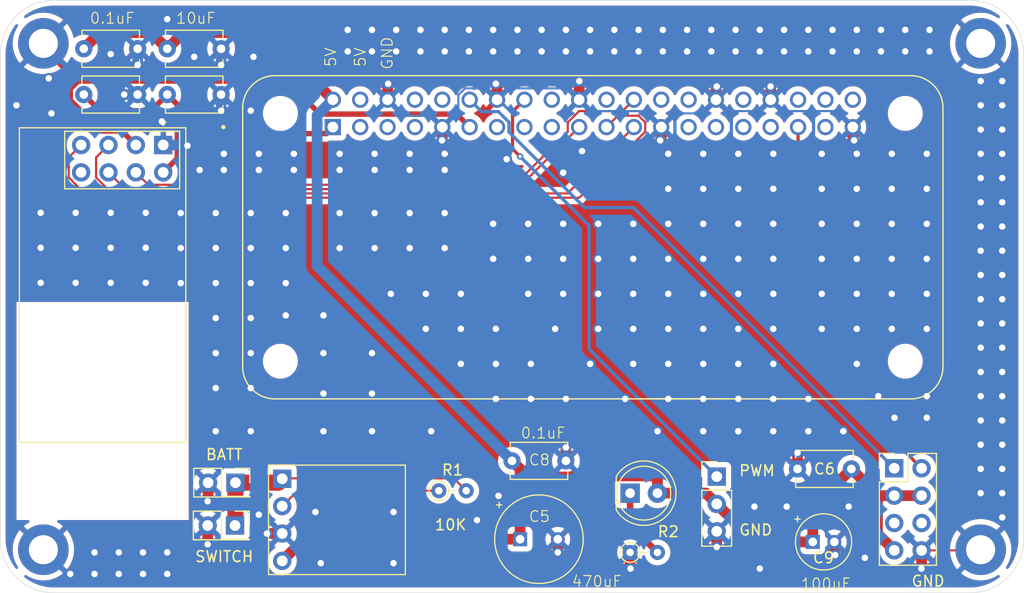
<source format=kicad_pcb>
(kicad_pcb (version 20241229) (generator "pcbnew") (generator_version "9.0")
  (layers (0 "F.Cu" signal) (2 "B.Cu" signal) (13 "F.Paste" user) (15 "B.Paste" user) (5 "F.SilkS" user "F.Silkscreen") (7 "B.SilkS" user "B.Silkscreen") (1 "F.Mask" user) (3 "B.Mask" user) (25 "Edge.Cuts" user))
  (net 0 "")
  (net 1 "GND")
  (net 2 "Net-(J1-Pin_1)")
  (net 3 "5V")
  (net 4 "GPIO23{slash}PWM1")
  (net 12 "GPIO17{slash}CE")
  (net 18 "nRF 3v3_1")
  (net 19 "SPI_CLK{slash}GPIO11")
  (net 20 "GPIO8{slash}CSN")
  (net 27 "SPI_MISO{slash}GPIO9")
  (net 29 "GPIO18{slash}PWM2")
  (net 33 "SPI_MOSI{slash}GPIO10")
  (net 34 "GPIO19{slash}PWM3")
  (net 38 "Net-(J3-SHDN)")
  (net 39 "Net-(D1-K)")
  (footprint "Connector_PinHeader_2.54mm:PinHeader_2x04_P2.54mm_Vertical" (layer "F.Cu") (at 182.975 113.44)
    (property "Reference" "U2" (hide yes))
    (property "Value" "~" (hide yes))
  )
  (footprint "MountingHole:MountingHole_2.7mm_M2.5_DIN965_Pad" (layer "F.Cu") (at 104 121)
    (property "Reference" "REF**" (hide yes))
    (property "Value" "MountingHole_2.7mm_M2.5_DIN965_Pad" (hide yes))
  )
  (footprint "Capacitor_THT_Wurth:CP_Wurth_WCAP-ATG8-P2D5L11" (layer "F.Cu") (at 175.41675 120.27425)
    (property "Reference" "C9")
    (property "Value" "P2D5L11_860010372006" (hide yes))
  )
  (footprint "Capacitor_THT:C_Disc_D5.1mm_W3.2mm_P5.00mm" (layer "F.Cu") (at 107.75 74.5)
    (property "Reference" "C1" (hide yes))
    (property "Value" "0.1uF" (hide yes))
  )
  (footprint "Capacitor_THT:C_Disc_D5.1mm_W3.2mm_P5.00mm" (layer "F.Cu") (at 115.5 78.75)
    (property "Reference" "C3" (hide yes))
    (property "Value" "10uF" (hide yes))
  )
  (footprint "Connector_PinSocket_2.54mm:PinSocket_2x01_P2.54mm_Vertical" (layer "F.Cu") (at 121.83 114.77575)
    (property "Reference" "J1" (hide yes))
    (property "Value" "batt input" (hide yes))
  )
  (footprint "RASPBERRY_PI_ZERO_2_W:MODULE_RASPBERRY_PI_ZERO_2_W" (layer "F.Cu") (at 155 92)
    (property "Reference" "U1" (hide yes))
    (property "Value" "RASPBERRY_PI_ZERO_2_W")
  )
  (footprint "Capacitor_THT:C_Disc_D5.1mm_W3.2mm_P5.00mm" (layer "F.Cu") (at 107.75 78.75)
    (property "Reference" "C4" (hide yes))
    (property "Value" "0.1uF" (hide yes))
  )
  (footprint "Capacitor_THT:C_Disc_D5.1mm_W3.2mm_P5.00mm" (layer "F.Cu") (at 147.5 112.75)
    (property "Reference" "C8" (hide yes))
    (property "Value" "0.1uF" (hide yes))
  )
  (footprint "LED_THT:LED_D5.0mm" (layer "F.Cu") (at 158.46 115.75)
    (property "Reference" "D1" (hide yes))
    (property "Value" "LED" (hide yes))
  )
  (footprint "Capacitor_THT:C_Disc_D5.1mm_W3.2mm_P5.00mm" (layer "F.Cu") (at 115.5 74.5)
    (property "Reference" "C2" (hide yes))
    (property "Value" "10uF" (hide yes))
  )
  (footprint "Capacitor_THT:C_Disc_D5.1mm_W3.2mm_P5.00mm" (layer "F.Cu") (at 174 113.5)
    (property "Reference" "C6" (hide yes))
    (property "Value" "0.1uF" (hide yes))
  )
  (footprint "MountingHole:MountingHole_2.7mm_M2.5_DIN965_Pad" (layer "F.Cu") (at 104 74)
    (property "Reference" "REF**" (hide yes))
    (property "Value" "MountingHole_2.7mm_M2.5_DIN965_Pad" (hide yes))
  )
  (footprint "MountingHole:MountingHole_2.7mm_M2.5_DIN965_Pad" (layer "F.Cu") (at 191 121)
    (property "Reference" "REF**" (hide yes))
    (property "Value" "MountingHole_2.7mm_M2.5_DIN965_Pad" (hide yes))
  )
  (footprint "Capacitor_THT_Wurth:CP_Wurth_WCAP-ATG8-P3.5D8L11.5" (layer "F.Cu") (at 148.25 120.02425)
    (property "Reference" "C5" (hide yes))
    (property "Value" "470uF" (hide yes))
  )
  (footprint "Resistor_THT:R_Axial_DIN0204_L3.6mm_D1.6mm_P2.54mm_Vertical" (layer "F.Cu") (at 140.71 115.52425)
    (property "Reference" "R1")
    (property "Value" "10k")
  )
  (footprint "Connector_PinHeader_2.54mm:PinHeader_1x03_P2.54mm_Vertical" (layer "F.Cu") (at 166.5 114.21)
    (property "Reference" "M1" (hide yes))
    (property "Value" "Motor_Servo" (hide yes))
  )
  (footprint "MountingHole:MountingHole_2.7mm_M2.5_DIN965_Pad" (layer "F.Cu") (at 191 74)
    (property "Reference" "REF**" (hide yes))
    (property "Value" "MountingHole_2.7mm_M2.5_DIN965_Pad" (hide yes))
  )
  (footprint "Connector_PinSocket_2.54mm:PinSocket_2x01_P2.54mm_Vertical" (layer "F.Cu") (at 121.79 118.75075)
    (property "Reference" "J2" (hide yes))
    (property "Value" "rockerswitch" (hide yes))
  )
  (footprint "Resistor_THT:R_Axial_DIN0204_L3.6mm_D1.6mm_P2.54mm_Vertical" (layer "F.Cu") (at 158.46 121.25)
    (property "Reference" "R2")
    (property "Value" "47")
  )
  (footprint "RF_Module:nRF24L01_Breakout" (layer "F.Cu") (at 115.125 83.43625 -90)
    (property "Reference" "U4" (hide yes))
    (property "Value" "NRF24L01_Breakout")
  )
  (footprint "Converter_DCDC:Converter_DCDC_Pololu_D24V5Fx_Horizontal (1)" (layer "F.Cu") (at 126.17 114.41575)
    (property "Reference" "J3" (hide yes))
    (property "Value" "Pololu_D24V5F5" (hide yes))
  )
  (gr_line (start 100 75) (end 100.000501 120) (stroke (width 0.05)) (layer "Edge.Cuts"))
  (gr_line (start 105 125) (end 190 125) (stroke (width 0.05)) (layer "Edge.Cuts"))
  (gr_arc (start 190 70) (mid 193.535534 71.464466) (end 195 75) (stroke (width 0.05)) (layer "Edge.Cuts"))
  (gr_arc (start 105 124.999499) (mid 101.46482 123.53518) (end 100.000501 120) (stroke (width 0.05)) (layer "Edge.Cuts"))
  (gr_arc (start 100 75) (mid 101.464466 71.464466) (end 105 70) (stroke (width 0.05)) (layer "Edge.Cuts"))
  (gr_arc (start 195 120) (mid 193.535534 123.535534) (end 190 125) (stroke (width 0.05)) (layer "Edge.Cuts"))
  (gr_line (start 195 120) (end 195 75) (stroke (width 0.05)) (layer "Edge.Cuts"))
  (gr_line (start 105 70) (end 190 70) (stroke (width 0.05)) (layer "Edge.Cuts"))
  (gr_text "GND" (at 184.5 124.5 0) (layer "F.SilkS") (effects (font (size 1 1)) (justify left bottom)))
  (gr_text "PWM" (at 168.5 114.25 0) (layer "F.SilkS") (effects (font (size 1 1)) (justify left bottom)))
  (gr_text "C5\n" (at 149 118.5 0) (layer "F.SilkS") (effects (font (size 1 1) (thickness 0.1)) (justify left bottom)))
  (gr_text "C6\n" (at 176.5 113.5 0) (layer "F.SilkS") (effects (font (size 1 1))))
  (gr_text "BATT" (at 119 112.75 0) (layer "F.SilkS") (effects (font (size 1 1)) (justify left bottom)))
  (gr_text "0.1uF" (at 108.25 72.25 0) (layer "F.SilkS") (effects (font (size 1 1) (thickness 0.1)) (justify left bottom)))
  (gr_text "0.1uF" (at 148.25 110.75 0) (layer "F.SilkS") (effects (font (size 1 1) (thickness 0.1)) (justify left bottom)))
  (gr_text "SWITCH\n" (at 118 122.22575 0) (layer "F.SilkS") (effects (font (size 1 1)) (justify left bottom)))
  (gr_text "GND" (at 136.5 76.5 90) (layer "F.SilkS") (effects (font (size 1 1) (thickness 0.1)) (justify left bottom)))
  (gr_text "5V\n" (at 134 76.25 90) (layer "F.SilkS") (effects (font (size 1 1) (thickness 0.1)) (justify left bottom)))
  (gr_text "C8\n" (at 149 113.25 0) (layer "F.SilkS") (effects (font (size 1 1) (thickness 0.1)) (justify left bottom)))
  (gr_text "10uF" (at 116.25 72.25 0) (layer "F.SilkS") (effects (font (size 1 1) (thickness 0.1)) (justify left bottom)))
  (gr_text "100uF" (at 174.25 124.75 0) (layer "F.SilkS") (effects (font (size 1 1) (thickness 0.1)) (justify left bottom)))
  (gr_text "5V\n" (at 131.25 76.25 90) (layer "F.SilkS") (effects (font (size 1 1) (thickness 0.1)) (justify left bottom)))
  (gr_text "470uF\n" (at 153 124.52425 0) (layer "F.SilkS") (effects (font (size 1 1) (thickness 0.1)) (justify left bottom)))
  (gr_text "10K" (at 140.25 119.27425 0) (layer "F.SilkS") (effects (font (size 1 1)) (justify left bottom)))
  (gr_text "GND" (at 168.5 119.75 0) (layer "F.SilkS") (effects (font (size 1 1)) (justify left bottom)))
  (segment (start 171.51 79.23) (end 171.51 78.01) (width 1) (layer "F.Cu") (net 1))
  (segment (start 105.75 76.25) (end 103 73.5) (width 0.3) (layer "F.Cu") (net 1))
  (segment (start 153.73 79.23) (end 153.73 77.52) (width 1) (layer "F.Cu") (net 1))
  (segment (start 135.95 79.23) (end 135.95 77.8) (width 1) (layer "F.Cu") (net 1))
  (segment (start 177.41675 120.27425) (end 177.41675 121.41675) (width 1) (layer "F.Cu") (net 1))
  (segment (start 179.13 81.77) (end 179.13 82.88) (width 1) (layer "F.Cu") (net 1))
  (segment (start 177.41675 121.41675) (end 177.5 121.5) (width 1) (layer "F.Cu") (net 1))
  (segment (start 158.46 122.71) (end 158.5 122.75) (width 1) (layer "F.Cu") (net 1))
  (segment (start 112.75 74.5) (end 111 76.25) (width 0.3) (layer "F.Cu") (net 1))
  (segment (start 141.03 82.97) (end 141 83) (width 1) (layer "F.Cu") (net 1))
  (segment (start 119.29 114.77575) (end 119.29 116.46) (width 1) (layer "F.Cu") (net 1))
  (segment (start 124.75425 119.49575) (end 124.75 119.5) (width 1) (layer "F.Cu") (net 1))
  (segment (start 153.73 77.52) (end 153.75 77.5) (width 1) (layer "F.Cu") (net 1))
  (segment (start 161.35 82.9) (end 161.25 83) (width 1) (layer "F.Cu") (net 1))
  (segment (start 185.515 122.735) (end 185.5 122.75) (width 1) (layer "F.Cu") (net 1))
  (segment (start 146.11 77.86) (end 146 77.75) (width 1) (layer "F.Cu") (net 1))
  (segment (start 161.35 81.77) (end 161.35 82.9) (width 1) (layer "F.Cu") (net 1))
  (segment (start 174 113.5) (end 174 112) (width 1) (layer "F.Cu") (net 1))
  (segment (start 166.5 119.29) (end 166.5 120.75) (width 1) (layer "F.Cu") (net 1))
  (segment (start 135.95 77.8) (end 136 77.75) (width 1) (layer "F.Cu") (net 1))
  (segment (start 185.515 121.06) (end 190.94 121.06) (width 0.2) (layer "F.Cu") (net 1))
  (segment (start 146.11 79.23) (end 146.11 77.86) (width 1) (layer "F.Cu") (net 1))
  (segment (start 185.515 121.06) (end 185.515 122.735) (width 1) (layer "F.Cu") (net 1))
  (segment (start 119.29 116.46) (end 119.25 116.5) (width 1) (layer "F.Cu") (net 1))
  (segment (start 166.43 78.07) (end 166.5 78) (width 1) (layer "F.Cu") (net 1))
  (segment (start 119.25 118.75075) (end 119.25 120.5) (width 1) (layer "F.Cu") (net 1))
  (segment (start 151.75 120.02425) (end 151.75 121.25) (width 1) (layer "F.Cu") (net 1))
  (segment (start 171.51 78.01) (end 171.5 78) (width 1) (layer "F.Cu") (net 1))
  (segment (start 126.17 119.49575) (end 124.75425 119.49575) (width 1) (layer "F.Cu") (net 1))
  (segment (start 111 76.25) (end 105.75 76.25) (width 0.3) (layer "F.Cu") (net 1))
  (segment (start 190.94 121.06) (end 191 121) (width 0.2) (layer "F.Cu") (net 1))
  (segment (start 152.5 112.75) (end 152.5 111.5) (width 1) (layer "F.Cu") (net 1))
  (segment (start 158.46 121.25) (end 158.46 122.71) (width 1) (layer "F.Cu") (net 1))
  (segment (start 141.03 81.77) (end 141.03 82.97) (width 1) (layer "F.Cu") (net 1))
  (segment (start 166.43 79.23) (end 166.43 78.07) (width 1) (layer "F.Cu") (net 1))
  (segment (start 179.13 82.88) (end 179.25 83) (width 1) (layer "F.Cu") (net 1))
  (via (at 165.25 100.5) (size 1) (drill 0.6) (layers "F.Cu" "B.Cu") (net 1))
  (via (at 138 84.25) (size 1) (drill 0.6) (layers "F.Cu" "B.Cu") (net 1))
  (via (at 186 100.5) (size 1) (drill 0.6) (layers "F.Cu" "B.Cu") (net 1))
  (via (at 103.75 89.72575) (size 1) (drill 0.6) (layers "F.Cu" "B.Cu") (net 1))
  (via (at 141.25 93) (size 1) (drill 0.6) (layers "F.Cu" "B.Cu") (net 1))
  (via (at 186 94) (size 1) (drill 0.6) (layers "F.Cu" "B.Cu") (net 1))
  (via (at 193 84.25) (size 1) (drill 0.6) (layers "F.Cu" "B.Cu") (net 1))
  (via (at 162 100.5) (size 1) (drill 0.6) (layers "F.Cu" "B.Cu") (net 1))
  (via (at 120.5 80.25) (size 1) (drill 0.6) (layers "F.Cu" "B.Cu") (net 1))
  (via (at 171.75 94) (size 1) (drill 0.6) (layers "F.Cu" "B.Cu") (net 1))
  (via (at 180.25 121.75) (size 1) (drill 0.6) (layers "F.Cu" "B.Cu") (net 1))
  (via (at 193 104.5) (size 1) (drill 0.6) (layers "F.Cu" "B.Cu") (net 1))
  (via (at 181.75 72.75) (size 1) (drill 0.6) (layers "F.Cu" "B.Cu") (net 1))
  (via (at 179.5 84.25) (size 1) (drill 0.6) (layers "F.Cu" "B.Cu") (net 1))
  (via (at 186 90.75) (size 1) (drill 0.6) (layers "F.Cu" "B.Cu") (net 1))
  (via (at 157 72.75) (size 1) (drill 0.6) (layers "F.Cu" "B.Cu") (net 1))
  (via (at 193 93.25) (size 1) (drill 0.6) (layers "F.Cu" "B.Cu") (net 1))
  (via (at 136.25 97.25) (size 1) (drill 0.6) (layers "F.Cu" "B.Cu") (net 1))
  (via (at 191 104.5) (size 1) (drill 0.6) (layers "F.Cu" "B.Cu") (net 1))
  (via (at 136 77.75) (size 1) (drill 0.6) (layers "F.Cu" "B.Cu") (net 1))
  (via (at 170.5 122.75) (size 1) (drill 0.6) (layers "F.Cu" "B.Cu") (net 1))
  (via (at 134.5 102.75) (size 1) (drill 0.6) (layers "F.Cu" "B.Cu") (net 1))
  (via (at 165.25 103.75) (size 1) (drill 0.6) (layers "F.Cu" "B.Cu") (net 1))
  (via (at 101.5 79.75) (size 1) (drill 0.6) (layers "F.Cu" "B.Cu") (net 1))
  (via (at 162 103.75) (size 1) (drill 0.6) (layers "F.Cu" "B.Cu") (net 1))
  (via (at 146 100.5) (size 1) (drill 0.6) (layers "F.Cu" "B.Cu") (net 1))
  (via (at 165.25 87.5) (size 1) (drill 0.6) (layers "F.Cu" "B.Cu") (net 1))
  (via (at 107 96.22575) (size 1) (drill 0.6) (layers "F.Cu" "B.Cu") (net 1))
  (via (at 168.5 110) (size 1) (drill 0.6) (layers "F.Cu" "B.Cu") (net 1))
  (via (at 123.25 110) (size 1) (drill 0.6) (layers "F.Cu" "B.Cu") (net 1))
  (via (at 163.75 74.75) (size 1) (drill 0.6) (layers "F.Cu" "B.Cu") (net 1))
  (via (at 124 85.75) (size 1) (drill 0.6) (layers "F.Cu" "B.Cu") (net 1))
  (via (at 142.75 103.75) (size 1) (drill 0.6) (layers "F.Cu" "B.Cu") (net 1))
  (via (at 165.25 97.25) (size 1) (drill 0.6) (layers "F.Cu" "B.Cu") (net 1))
  (via (at 193 100) (size 1) (drill 0.6) (layers "F.Cu" "B.Cu") (net 1))
  (via (at 166 74.75) (size 1) (drill 0.6) (layers "F.Cu" "B.Cu") (net 1))
  (via (at 186 97.25) (size 1) (drill 0.6) (layers "F.Cu" "B.Cu") (net 1))
  (via (at 139 74.75) (size 1) (drill 0.6) (layers "F.Cu" "B.Cu") (net 1))
  (via (at 193 115.75) (size 1) (drill 0.6) (layers "F.Cu" "B.Cu") (net 1))
  (via (at 120 110) (size 1) (drill 0.6) (layers "F.Cu" "B.Cu") (net 1))
  (via (at 191 82) (size 1) (drill 0.6) (layers "F.Cu" "B.Cu") (net 1))
  (via (at 178.75 117) (size 1) (drill 0.6) (layers "F.Cu" "B.Cu") (net 1))
  (via (at 126.5 93) (size 1) (drill 0.6) (layers "F.Cu" "B.Cu") (net 1))
  (via (at 179.5 97.25) (size 1) (drill 0.6) (layers "F.Cu" "B.Cu") (net 1))
  (via (at 174 112) (size 1) (drill 0.6) (layers "F.Cu" "B.Cu") (net 1))
  (via (at 170.5 72.75) (size 1) (drill 0.6) (layers "F.Cu" "B.Cu") (net 1))
  (via (at 116.75 93) (size 1) (drill 0.6) (layers "F.Cu" "B.Cu") (net 1))
  (via (at 144.25 118.25) (size 1) (drill 0.6) (layers "F.Cu" "B.Cu") (net 1))
  (via (at 176.25 97.25) (size 1) (drill 0.6) (layers "F.Cu" "B.Cu") (net 1))
  (via (at 142.75 97.25) (size 1) (drill 0.6) (layers "F.Cu" "B.Cu") (net 1))
  (via (at 182.75 94) (size 1) (drill 0.6) (layers "F.Cu" "B.Cu") (net 1))
  (via (at 176.25 90.75) (size 1) (drill 0.6) (layers "F.Cu" "B.Cu") (net 1))
  (via (at 166 72.75) (size 1) (drill 0.6) (layers "F.Cu" "B.Cu") (net 1))
  (via (at 120.75 84.25) (size 1) (drill 0.6) (layers "F.Cu" "B.Cu") (net 1))
  (via (at 162 84.25) (size 1) (drill 0.6) (layers "F.Cu" "B.Cu") (net 1))
  (via (at 151.5 100.5) (size 1) (drill 0.6) (layers "F.Cu" "B.Cu") (net 1))
  (via (at 129.25 117.5) (size 1) (drill 0.6) (layers "F.Cu" "B.Cu") (net 1))
  (via (at 171.75 103.75) (size 1) (drill 0.6) (layers "F.Cu" "B.Cu") (net 1))
  (via (at 172.75 74.75) (size 1) (drill 0.6) (layers "F.Cu" "B.Cu") (net 1))
  (via (at 149.25 103.75) (size 1) (drill 0.6) (layers "F.Cu" "B.Cu") (net 1))
  (via (at 120 99.5) (size 1) (drill 0.6) (layers "F.Cu" "B.Cu") (net 1))
  (via (at 131.5 89.75) (size 1) (drill 0.6) (layers "F.Cu" "B.Cu") (net 1))
  (via (at 176.25 84.25) (size 1) (drill 0.6) (layers "F.Cu" "B.Cu") (net 1))
  (via (at 165.25 110) (size 1) (drill 0.6) (layers "F.Cu" "B.Cu") (net 1))
  (via (at 120.5 76) (size 1) (drill 0.6) (layers "F.Cu" "B.Cu") (net 1))
  (via (at 123.25 89.75) (size 1) (drill 0.6) (layers "F.Cu" "B.Cu") (net 1))
  (via (at 172.75 72.75) (size 1) (drill 0.6) (layers "F.Cu" "B.Cu") (net 1))
  (via (at 179.5 90.75) (size 1) (drill 0.6) (layers "F.Cu" "B.Cu") (net 1))
  (via (at 152.5 74.75) (size 1) (drill 0.6) (layers "F.Cu" "B.Cu") (net 1))
  (via (at 104.75 80.5) (size 1) (drill 0.6) (layers "F.Cu" "B.Cu") (net 1))
  (via (at 171.75 84.25) (size 1) (drill 0.6) (layers "F.Cu" "B.Cu") (net 1))
  (via (at 175 72.75) (size 1) (drill 0.6) (layers "F.Cu" "B.Cu") (net 1))
  (via (at 115.5 123.25) (size 1) (drill 0.6) (layers "F.Cu" "B.Cu") (net 1))
  (via (at 154.75 72.75) (size 1) (drill 0.6) (layers "F.Cu" "B.Cu") (net 1))
  (via (at 131.5 84.25) (size 1) (drill 0.6) (layers "F.Cu" "B.Cu") (net 1))
  (via (at 130 102.75) (size 1) (drill 0.6) (layers "F.Cu" "B.Cu") (net 1))
  (via (at 165.25 84.25) (size 1) (drill 0.6) (layers "F.Cu" "B.Cu") (net 1))
  (via (at 119.25 116.5) (size 1) (drill 0.6) (layers "F.Cu" "B.Cu") (net 1))
  (via (at 193 97.75) (size 1) (drill 0.6) (layers "F.Cu" "B.Cu") (net 1))
  (via (at 166.5 120.75) (size 1) (drill 0.6) (layers "F.Cu" "B.Cu") (net 1))
  (via (at 168.25 74.75) (size 1) (drill 0.6) (layers "F.Cu" "B.Cu") (net 1))
  (via (at 193 79.75) (size 1) (drill 0.6) (layers "F.Cu" "B.Cu") (net 1))
  (via (at 124 117.75) (size 1) (drill 0.6) (layers "F.Cu" "B.Cu") (net 1))
  (via (at 191 91) (size 1) (drill 0.6) (layers "F.Cu" "B.Cu") (net 1))
  (via (at 159.25 72.75) (size 1) (drill 0.6) (layers "F.Cu" "B.Cu") (net 1))
  (via (at 191 84.25) (size 1) (drill 0.6) (layers "F.Cu" "B.Cu") (net 1))
  (via (at 186 84.25) (size 1) (drill 0.6) (layers "F.Cu" "B.Cu") (net 1))
  (via (at 116.75 89.75) (size 1) (drill 0.6) (layers "F.Cu" "B.Cu") (net 1))
  (via (at 141.25 89.75) (size 1) (drill 0.6) (layers "F.Cu" "B.Cu") (net 1))
  (via (at 143.5 72.75) (size 1) (drill 0.6) (layers "F.Cu" "B.Cu") (net 1))
  (via (at 119.25 120.5) (size 1) (drill 0.6) (layers "F.Cu" "B.Cu") (net 1))
  (via (at 131.5 85.75) (size 1) (drill 0.6) (layers "F.Cu" "B.Cu") (net 1))
  (via (at 168.5 103.75) (size 1) (drill 0.6) (layers "F.Cu" "B.Cu") (net 1))
  (via (at 158.75 100.5) (size 1) (drill 0.6) (layers "F.Cu" "B.Cu") (net 1))
  (via (at 171.75 90.75) (size 1) (drill 0.6) (layers "F.Cu" "B.Cu") (net 1))
  (via (at 171.75 100.5) (size 1) (drill 0.6) (layers "F.Cu" "B.Cu") (net 1))
  (via (at 138 85.75) (size 1) (drill 0.6) (layers "F.Cu" "B.Cu") (net 1))
  (via (at 193 109) (size 1) (drill 0.6) (layers "F.Cu" "B.Cu") (net 1))
  (via (at 168.5 97.25) (size 1) (drill 0.6) (layers "F.Cu" "B.Cu") (net 1))
  (via (at 136.5 117.5) (size 1) (drill 0.6) (layers "F.Cu" "B.Cu") (net 1))
  (via (at 103.75 96.22575) (size 1) (drill 0.6) (layers "F.Cu" "B.Cu") (net 1))
  (via (at 191 111.25) (size 1) (drill 0.6) (layers "F.Cu" "B.Cu") (net 1))
  (via (at 123.25 96.25) (size 1) (drill 0.6) (layers "F.Cu" "B.Cu") (net 1))
  (via (at 108.75 121.25) (size 1) (drill 0.6) (layers "F.Cu" "B.Cu") (net 1))
  (via (at 158.75 94) (size 1) (drill 0.6) (layers "F.Cu" "B.Cu") (net 1))
  (via (at 141 83) (size 1) (drill 0.6) (layers "F.Cu" "B.Cu") (net 1))
  (via (at 110.25 92.97575) (size 1) (drill 0.6) (layers "F.Cu" "B.Cu") (net 1))
  (via (at 179.5 74.75) (size 1) (drill 0.6) (layers "F.Cu" "B.Cu") (net 1))
  (via (at 191 109) (size 1) (drill 0.6) (layers "F.Cu" "B.Cu") (net 1))
  (via (at 123.25 102.75) (size 1) (drill 0.6) (layers "F.Cu" "B.Cu") (net 1))
  (via (at 155.5 90.75) (size 1) (drill 0.6) (layers "F.Cu" "B.Cu") (net 1))
  (via (at 158.75 90.75) (size 1) (drill 0.6) (layers "F.Cu" "B.Cu") (net 1))
  (via (at 154.75 74.75) (size 1) (drill 0.6) (layers "F.Cu" "B.Cu") (net 1))
  (via (at 168.5 84.25) (size 1) (drill 0.6) (layers "F.Cu" "B.Cu") (net 1))
  (via (at 152.5 107) (size 1) (drill 0.6) (layers "F.Cu" "B.Cu") (net 1))
  (via (at 110.25 89.72575) (size 1) (drill 0.6) (layers "F.Cu" "B.Cu") (net 1))
  (via (at 177.5 121.5) (size 1) (drill 0.6) (layers "F.Cu" "B.Cu") (net 1))
  (via (at 181.75 74.75) (size 1) (drill 0.6) (layers "F.Cu" "B.Cu") (net 1))
  (via (at 191 77.5) (size 1) (drill 0.6) (layers "F.Cu" "B.Cu") (net 1))
  (via (at 131.5 93) (size 1) (drill 0.6) (layers "F.Cu" "B.Cu") (net 1))
  (via (at 115 81.25) (size 1) (drill 0.6) (layers "F.Cu" "B.Cu") (net 1))
  (via (at 130 99.25) (size 1) (drill 0.6) (layers "F.Cu" "B.Cu") (net 1))
  (via (at 124 84.25) (size 1) (drill 0.6) (layers "F.Cu" "B.Cu") (net 1))
  (via (at 183 108.75) (size 1) (drill 0.6) (layers "F.Cu" "B.Cu") (net 1))
  (via (at 107 92.97575) (size 1) (drill 0.6) (layers "F.Cu" "B.Cu") (net 1))
  (via (at 134.5 106.5) (size 1) (drill 0.6) (layers "F.Cu" "B.Cu") (net 1))
  (via (at 158.5 122.75) (size 1) (drill 0.6) (layers "F.Cu" "B.Cu") (net 1))
  (via (at 106.5 123.25) (size 1) (drill 0.6) (layers "F.Cu" "B.Cu") (net 1))
  (via (at 191 102.25) (size 1) (drill 0.6) (layers "F.Cu" "B.Cu") (net 1))
  (via (at 162 90.75) (size 1) (drill 0.6) (layers "F.Cu" "B.Cu") (net 1))
  (via (at 184 74.75) (size 1) (drill 0.6) (layers "F.Cu" "B.Cu") (net 1))
  (via (at 152.25 86) (size 1) (drill 0.6) (layers "F.Cu" "B.Cu") (net 1))
  (via (at 159.25 74.75) (size 1) (drill 0.6) (layers "F.Cu" "B.Cu") (net 1))
  (via (at 145.75 74.75) (size 1) (drill 0.6) (layers "F.Cu" "B.Cu") (net 1))
  (via (at 171.75 87.5) (size 1) (drill 0.6) (layers "F.Cu" "B.Cu") (net 1))
  (via (at 120.75 85.75) (size 1) (drill 0.6) (layers "F.Cu" "B.Cu") (net 1))
  (via (at 186 108.75) (size 1) (drill 0.6) (layers "F.Cu" "B.Cu") (net 1))
  (via (at 134.75 89.75) (size 1) (drill 0.6) (layers "F.Cu" "B.Cu") (net 1))
  (via (at 120 102.75) (size 1) (drill 0.6) (layers "F.Cu" "B.Cu") (net 1))
  (via (at 132.25 72.75) (size 1) (drill 0.6) (layers "F.Cu" "B.Cu") (net 1))
  (via (at 152.5 72.75) (size 1) (drill 0.6) (layers "F.Cu" "B.Cu") (net 1))
  (via (at 103.75 92.97575) (size 1) (drill 0.6) (layers "F.Cu" "B.Cu") (net 1))
  (via (at 161 110) (size 1) (drill 0.6) (layers "F.Cu" "B.Cu") (net 1))
  (via (at 175 110) (size 1) (drill 0.6) (layers "F.Cu" "B.Cu") (net 1))
  (via (at 148 74.75) (size 1) (drill 0.6) (layers "F.Cu" "B.Cu") (net 1))
  (via (at 193 88.75) (size 1) (drill 0.6) (layers "F.Cu" "B.Cu") (net 1))
  (via (at 151.75 121.25) (size 1) (drill 0.6) (layers "F.Cu" "B.Cu") (net 1))
  (via (at 193 91) (size 1) (drill 0.6) (layers "F.Cu" "B.Cu") (net 1))
  (via (at 141.25 72.75) (size 1) (drill 0.6) (layers "F.Cu" "B.Cu") (net 1))
  (via (at 193 111.25) (size 1) (drill 0.6) (layers "F.Cu" "B.Cu") (net 1))
  (via (at 165.25 90.75) (size 1) (drill 0.6) (layers "F.Cu" "B.Cu") (net 1))
  (via (at 120 93) (size 1) (drill 0.6) (layers "F.Cu" "B.Cu") (net 1))
  (via (at 152.25 90.75) (size 1) (drill 0.6) (layers "F.Cu" "B.Cu") (net 1))
  (via (at 115.5 121.25) (size 1) (drill 0.6) (layers "F.Cu" "B.Cu") (net 1))
  (via (at 141.25 74.75) (size 1) (drill 0.6) (layers "F.Cu" "B.Cu") (net 1))
  (via (at 146 77.75) (size 1) (drill 0.6) (layers "F.Cu" "B.Cu") (net 1))
  (via (at 141.25 84.25) (size 1) (drill 0.6) (layers "F.Cu" "B.Cu") (net 1))
  (via (at 110.25 96.22575) (size 1) (drill 0.6) (layers "F.Cu" "B.Cu") (net 1))
  (via (at 176.25 87.5) (size 1) (drill 0.6) (layers "F.Cu" "B.Cu") (net 1))
  (via (at 178.25 110) (size 1) (drill 0.6) (layers "F.Cu" "B.Cu") (net 1))
  (via (at 126.5 99.25) (size 1) (drill 0.6) (layers "F.Cu" "B.Cu") (net 1))
  (via (at 149.25 107) (size 1) (drill 0.6) (layers "F.Cu" "B.Cu") (net 1))
  (via (at 185.5 122.75) (size 1) (drill 0.6) (layers "F.Cu" "B.Cu") (net 1))
  (via (at 118 75.25) (size 1) (drill 0.6) (layers "F.Cu" "B.Cu") (net 1))
  (via (at 117.376 83.5) (size 1) (drill 0.6) (layers "F.Cu" "B.Cu") (net 1))
  (via (at 168.5 94) (size 1) (drill 0.6) (layers "F.Cu" "B.Cu") (net 1))
  (via (at 139.5 100.5) (size 1) (drill 0.6) (layers "F.Cu" "B.Cu") (net 1))
  (via (at 193 118) (size 1) (drill 0.6) (layers "F.Cu" "B.Cu") (net 1))
  (via (at 143.5 74.75) (size 1) (drill 0.6) (layers "F.Cu" "B.Cu") (net 1))
  (via (at 152.25 97.25) (size 1) (drill 0.6) (layers "F.Cu" "B.Cu") (net 1))
  (via (at 107 89.72575) (size 1) (drill 0.6) (layers "F.Cu" "B.Cu") (net 1))
  (via (at 149 97.25) (size 1) (drill 0.6) (layers "F.Cu" "B.Cu") (net 1))
  (via (at 175 74.75) (size 1) (drill 0.6) (layers "F.Cu" "B.Cu") (net 1))
  (via (at 193 113.5) (size 1) (drill 0.6) (layers "F.Cu" "B.Cu") (net 1))
  (via (at 184 72.75) (size 1) (drill 0.6) (layers "F.Cu" "B.Cu") (net 1))
  (via (at 171.75 107) (size 1) (drill 0.6) (layers "F.Cu" "B.Cu") (net 1))
  (via (at 153.75 77.5) (size 1) (drill 0.6) (layers "F.Cu" "B.Cu") (net 1))
  (via (at 163.75 72.75) (size 1) (drill 0.6) (layers "F.Cu" "B.Cu") (net 1))
  (via (at 182.75 84.25) (size 1) (drill 0.6) (layers "F.Cu" "B.Cu") (net 1))
  (via (at 111 121.25) (size 1) (drill 0.6) (layers "F.Cu" "B.Cu") (net 1))
  (via (at 170 117) (size 1) (drill 0.6) (layers "F.Cu" "B.Cu") (net 1))
  (via (at 168.5 87.5) (size 1) (drill 0.6) (layers "F.Cu" "B.Cu") (net 1))
  (via (at 162 97.25) (size 1) (drill 0.6) (layers "F.Cu" "B.Cu") (net 1))
  (via (at 179.5 87.5) (size 1) (drill 0.6) (layers "F.Cu" "B.Cu") (net 1))
  (via (at 193 86.5) (size 1) (drill 0.6) (layers "F.Cu" "B.Cu") (net 1))
  (via (at 134.75 93) (size 1) (drill 0.6) (layers "F.Cu" "B.Cu") (net 1))
  (via (at 166.5 78) (size 1) (drill 0.6) (layers "F.Cu" "B.Cu") (net 1))
  (via (at 146 103.75) (size 1) (drill 0.6) (layers "F.Cu" "B.Cu") (net 1))
  (via (at 113.5 96.22575) (size 1) (drill 0.6) (layers "F.Cu" "B.Cu") (net 1))
  (via (at 171.75 110) (size 1) (drill 0.6) (layers "F.Cu" "B.Cu") (net 1))
  (via (at 116.75 96.25) (size 1) (drill 0.6) (layers "F.Cu" "B.Cu") (net 1))
  (via (at 111.5 78.75) (size 1) (drill 0.6) (layers "F.Cu" "B.Cu") (net 1))
  (via (at 139.5 97.25) (size 1) (drill 0.6) (layers "F.Cu" "B.Cu") (net 1))
  (via (at 110.25 75) (size 1) (drill 0.6) (layers "F.Cu" "B.Cu") (net 1))
  (via (at 177.25 72.75) (size 1) (drill 0.6) (layers "F.Cu" "B.Cu") (net 1))
  (via (at 182.75 100.5) (size 1) (drill 0.6) (layers "F.Cu" "B.Cu") (net 1))
  (via (at 168.25 72.75) (size 1) (drill 0.6) (layers "F.Cu" "B.Cu") (net 1))
  (via (at 171.75 97.25) (size 1) (drill 0.6) (layers "F.Cu" "B.Cu") (net 1))
  (via (at 186.25 72.75) (size 1) (drill 0.6) (layers "F.Cu" "B.Cu") (net 1))
  (via (at 123.25 80.25) (size 1) (drill 0.6) (layers "F.Cu" "B.Cu") (net 1))
  (via (at 111 123.25) (size 1) (drill 0.6) (layers "F.Cu" "B.Cu") (net 1))
  (via (at 157 74.75) (size 1) (drill 0.6) (layers "F.Cu" "B.Cu") (net 1))
  (via (at 136.5 122.25) (size 1) (drill 0.6) (layers "F.Cu" "B.Cu") (net 1))
  (via (at 142.75 100.5) (size 1) (drill 0.6) (layers "F.Cu" "B.Cu") (net 1))
  (via (at 104.5 77.25) (size 1) (drill 0.6) (layers "F.Cu" "B.Cu") (net 1))
  (via (at 179.5 72.75) (size 1) (drill 0.6) (layers "F.Cu" "B.Cu") (net 1))
  (via (at 176.25 100.5) (size 1) (drill 0.6) (layers "F.Cu" "B.Cu") (net 1))
  (via (at 145.75 94) (size 1) (drill 0.6) (layers "F.Cu" "B.Cu") (net 1))
  (via (at 152.5 111.5) (size 1) (drill 0.6) (layers "F.Cu" "B.Cu") (net 1))
  (via (at 154 84) (size 1) (drill 0.6) (layers "F.Cu" "B.Cu") (net 1))
  (via (at 191 79.75) (size 1) (drill 0.6) (layers "F.Cu" "B.Cu") (net 1))
  (via (at 123.25 93) (size 1) (drill 0.6) (layers "F.Cu" "B.Cu") (net 1))
  (via (at 113.25 123.25) (size 1) (drill 0.6) (layers "F.Cu" "B.Cu") (net 1))
  (via (at 193 82) (size 1) (drill 0.6) (layers "F.Cu" "B.Cu") (net 1))
  (via (at 120 96.25) (size 1) (drill 0.6) (layers "F.Cu" "B.Cu") (net 1))
  (via (at 191 97.75) (size 1) (drill 0.6) (layers "F.Cu" "B.Cu") (net 1))
  (via (at 120 106) (size 1) (drill 0.6) (layers "F.Cu" "B.Cu") (net 1))
  (via (at 155.5 100.5) (size 1) (drill 0.6) (layers "F.Cu" "B.Cu") (net 1))
  (via (at 134.75 85.75) (size 1) (drill 0.6) (layers "F.Cu" "B.Cu") (net 1))
  (via (at 165.25 94) (size 1) (drill 0.6) (layers "F.Cu" "B.Cu") (net 1))
  (via (at 191 100) (size 1) (drill 0.6) (layers "F.Cu" "B.Cu") (net 1))
  (via (at 134.5 74.75) (size 1) (drill 0.6) (layers "F.Cu" "B.Cu") (net 1))
  (via (at 127.25 84.25) (size 1) (drill 0.6) (layers "F.Cu" "B.Cu") (net 1))
  (via (at 168.5 100.5) (size 1) (drill 0.6) (layers "F.Cu" "B.Cu") (net 1))
  (via (at 147 84.75) (size 1) (drill 0.6) (layers "F.Cu" "B.Cu") (net 1))
  (via (at 162 107) (size 1) (drill 0.6) (layers "F.Cu" "B.Cu") (net 1))
  (via (at 161.5 74.75) (size 1) (drill 0.6) (layers "F.Cu" "B.Cu") (net 1))
  (via (at 150.25 72.75) (size 1) (drill 0.6) (layers "F.Cu" "B.Cu") (net 1))
  (via (at 161.5 72.75) (size 1) (drill 0.6) (layers "F.Cu" "B.Cu") (net 1))
  (via (at 108.75 123.25) (size 1) (drill 0.6) (layers "F.Cu" "B.Cu") (net 1))
  (via (at 158.75 103.75) (size 1) (drill 0.6) (layers "F.Cu" "B.Cu") (net 1))
  (via (at 113.25 121.25) (size 1) (drill 0.6) (layers "F.Cu" "B.Cu") (net 1))
  (via (at 162 87.5) (size 1) (drill 0.6) (layers "F.Cu" "B.Cu") (net 1))
  (via (at 123.25 99.5) (size 1) (drill 0.6) (layers "F.Cu" "B.Cu") (net 1))
  (via (at 179.25 83) (size 1) (drill 0.6) (layers "F.Cu" "B.Cu") (net 1))
  (via (at 175 107) (size 1) (drill 0.6) (layers "F.Cu" "B.Cu") (net 1))
  (via (at 155.5 97.25) (size 1) (drill 0.6) (layers "F.Cu" "B.Cu") (net 1))
  (via (at 161.25 83) (size 1) (drill 0.6) (layers "F.Cu" "B.Cu") (net 1))
  (via (at 162 94) (size 1) (drill 0.6) (layers "F.Cu" "B.Cu") (net 1))
  (via (at 134.75 84.25) (size 1) (drill 0.6) (layers "F.Cu" "B.Cu") (net 1))
  (via (at 158.75 97.25) (size 1) (drill 0.6) (layers "F.Cu" "B.Cu") (net 1))
  (via (at 139 72.75) (size 1) (drill 0.6) (layers "F.Cu" "B.Cu") (net 1))
  (via (at 170.5 74.75) (size 1) (drill 0.6) (layers "F.Cu" "B.Cu") (net 1))
  (via (at 155.5 94) (size 1) (drill 0.6) (layers "F.Cu" "B.Cu") (net 1))
  (via (at 130 106.5) (size 1) (drill 0.6) (layers "F.Cu" "B.Cu") (net 1))
  (via (at 176.25 94) (size 1) (drill 0.6) (layers "F.Cu" "B.Cu") (net 1))
  (via (at 113.5 89.72575) (size 1) (drill 0.6) (layers "F.Cu" "B.Cu") (net 1))
  (via (at 193 102.25) (size 1) (drill 0.6) (layers "F.Cu" "B.Cu") (net 1))
  (via (at 182.75 90.75) (size 1) (drill 0.6) (layers "F.Cu" "B.Cu") (net 1))
  (via (at 149 94) (size 1) (drill 0.6) (layers "F.Cu" "B.Cu") (net 1))
  (via (at 124.75 119.5) (size 1) (drill 0.6) (layers "F.Cu" "B.Cu") (net 1))
  (via (at 158 107) (size 1) (drill 0.6) (layers "F.Cu" "B.Cu") (net 1))
  (via (at 127.25 85.75) (size 1) (drill 0.6) (layers "F.Cu" "B.Cu") (net 1))
  (via (at 171.5 78) (size 1) (drill 0.6) (layers "F.Cu" "B.Cu") (net 1))
  (via (at 136.75 74.75) (size 1) (drill 0.6) (layers "F.Cu" "B.Cu") (net 1))
  (via (at 126.5 96.25) (size 1) (drill 0.6) (layers "F.Cu" "B.Cu") (net 1))
  (via (at 152.25 94) (size 1) (drill 0.6) (layers "F.Cu" "B.Cu") (net 1))
  (via (at 136.75 72.75) (size 1) (drill 0.6) (layers "F.Cu" "B.Cu") (net 1))
  (via (at 138 93) (size 1) (drill 0.6) (layers "F.Cu" "B.Cu") (net 1))
  (via (at 191 93.25) (size 1) (drill 0.6) (layers "F.Cu" "B.Cu") (net 1))
  (via (at 113.5 92.97575) (size 1) (drill 0.6) (layers "F.Cu" "B.Cu") (net 1))
  (via (at 186.25 74.75) (size 1) (drill 0.6) (layers "F.Cu" "B.Cu") (net 1))
  (via (at 191 86.5) (size 1) (drill 0.6) (layers "F.Cu" "B.Cu") (net 1))
  (via (at 132.25 74.75) (size 1) (drill 0.6) (layers "F.Cu" "B.Cu") (net 1))
  (via (at 168.5 90.75) (size 1) (drill 0.6) (layers "F.Cu" "B.Cu") (net 1))
  (via (at 134.5 72.75) (size 1) (drill 0.6) (layers "F.Cu" "B.Cu") (net 1))
  (via (at 148 72.75) (size 1) (drill 0.6) (layers "F.Cu" "B.Cu") (net 1))
  (via (at 141.25 85.75) (size 1) (drill 0.6) (layers "F.Cu" "B.Cu") (net 1))
  (via (at 130 110) (size 1) (drill 0.6) (layers "F.Cu" "B.Cu") (net 1))
  (via (at 146 107) (size 1) (drill 0.6) (layers "F.Cu" "B.Cu") (net 1))
  (via (at 126.5 89.75) (size 1) (drill 0.6) (layers "F.Cu" "B.Cu") (net 1))
  (via (at 149 90.75) (size 1) (drill 0.6) (layers "F.Cu" "B.Cu") (net 1))
  (via (at 168.5 107) (size 1) (drill 0.6) (layers "F.Cu" "B.Cu") (net 1))
  (via (at 191 115.75) (size 1) (drill 0.6) (layers "F.Cu" "B.Cu") (net 1))
  (via (at 173 117) (size 1) (drill 0.6) (layers "F.Cu" "B.Cu") (net 1))
  (via (at 193 77.5) (size 1) (drill 0.6) (layers "F.Cu" "B.Cu") (net 1))
  (via (at 140 110) (size 1) (drill 0.6) (layers "F.Cu" "B.Cu") (net 1))
  (via (at 154.75 103.75) (size 1) (drill 0.6) (layers "F.Cu" "B.Cu") (net 1))
  (via (at 146.25 116) (size 1) (drill 0.6) (layers "F.Cu" "B.Cu") (net 1))
  (via (at 134.5 110) (size 1) (drill 0.6) (layers "F.Cu" "B.Cu") (net 1))
  (via (at 112.75 76) (size 1) (drill 0.6) (layers "F.Cu" "B.Cu") (net 1))
  (via (at 165.25 107) (size 1) (drill 0.6) (layers "F.Cu" "B.Cu") (net 1))
  (via (at 182.75 87.5) (size 1) (drill 0.6) (layers "F.Cu" "B.Cu") (net 1))
  (via (at 181.5 106.75) (size 1) (drill 0.6) (layers "F.Cu" "B.Cu") (net 1))
  (via (at 191 106.75) (size 1) (drill 0.6) (layers "F.Cu" "B.Cu") (net 1))
  (via (at 179.5 103.75) (size 1) (drill 0.6) (layers "F.Cu" "B.Cu") (net 1))
  (via (at 191 88.75) (size 1) (drill 0.6) (layers "F.Cu" "B.Cu") (net 1))
  (via (at 138 89.75) (size 1) (drill 0.6) (layers "F.Cu" "B.Cu") (net 1))
  (via (at 177.25 74.75) (size 1) (drill 0.6) (layers "F.Cu" "B.Cu") (net 1))
  (via (at 123.5 75.25) (size 1) (drill 0.6) (layers "F.Cu" "B.Cu") (net 1))
  (via (at 129.75 122.25) (size 1) (drill 0.6) (layers "F.Cu" "B.Cu") (net 1))
  (via (at 145.75 72.75) (size 1) (drill 0.6) (layers "F.Cu" "B.Cu") (net 1))
  (via (at 186 87.5) (size 1) (drill 0.6) (layers "F.Cu" "B.Cu") (net 1))
  (via (at 191 113.5) (size 1) (drill 0.6) (layers "F.Cu" "B.Cu") (net 1))
  (via (at 179.5 94) (size 1) (drill 0.6) (layers "F.Cu" "B.Cu") (net 1))
  (via (at 193 95.5) (size 1) (drill 0.6) (layers "F.Cu" "B.Cu") (net 1))
  (via (at 123.25 106) (size 1) (drill 0.6) (layers "F.Cu" "B.Cu") (net 1))
  (via (at 186 106.75) (size 1) (drill 0.6) (layers "F.Cu" "B.Cu") (net 1))
  (via (at 179.5 100.5) (size 1) (drill 0.6) (layers "F.Cu" "B.Cu") (net 1))
  (via (at 182.75 97.25) (size 1) (drill 0.6) (layers "F.Cu" "B.Cu") (net 1))
  (via (at 150.25 74.75) (size 1) (drill 0.6) (layers "F.Cu" "B.Cu") (net 1))
  (via (at 193 106.75) (size 1) (drill 0.6) (layers "F.Cu" "B.Cu") (net 1))
  (via (at 145.75 90.75) (size 1) (drill 0.6) (layers "F.Cu" "B.Cu") (net 1))
  (via (at 191 95.5) (size 1) (drill 0.6) (layers "F.Cu" "B.Cu") (net 1))
  (via (at 120 89.75) (size 1) (drill 0.6) (layers "F.Cu" "B.Cu") (net 1))
  (via (at 118.5 85.75) (size 1) (drill 0.6) (layers "F.Cu" "B.Cu") (net 1))
  (via (at 115.5 71.75) (size 1) (drill 0.6) (layers "F.Cu" "B.Cu") (net 1))
  (segment (start 144 75.25) (end 143.5 74.75) (width 0.3) (layer "B.Cu") (net 1))
  (segment (start 139.975 80.715) (end 141.03 81.77) (width 0.2) (layer "B.Cu") (net 1))
  (segment (start 137.435 80.715) (end 139.975 80.715) (width 0.2) (layer "B.Cu") (net 1))
  (segment (start 149.75 75.25) (end 150.25 74.75) (width 0.3) (layer "B.Cu") (net 1))
  (segment (start 152.675 78.175) (end 153.73 79.23) (width 0.2) (layer "B.Cu") (net 1))
  (segment (start 167.485 80.285) (end 168 80.285) (width 0.2) (layer "B.Cu") (net 1))
  (segment (start 166.43 79.23) (end 167.485 80.285) (width 0.2) (layer "B.Cu") (net 1))
  (segment (start 142.515 78.793004) (end 143.133004 78.175) (width 0.2) (layer "B.Cu") (net 1))
  (segment (start 168 80.285) (end 167.865 80.42) (width 0.3) (layer "B.Cu") (net 1))
  (segment (start 167.865 83.615) (end 168.5 84.25) (width 0.3) (layer "B.Cu") (net 1))
  (segment (start 120.5 78.75) (end 120.5 80.25) (width 1) (layer "B.Cu") (net 1))
  (segment (start 167.865 80.42) (end 167.865 83.615) (width 0.3) (layer "B.Cu") (net 1))
  (segment (start 171.51 79.23) (end 172.565 80.285) (width 0.2) (layer "B.Cu") (net 1))
  (segment (start 162.62 80.5) (end 162.62 83.63) (width 0.3) (layer "B.Cu") (net 1))
  (segment (start 144 78.175) (end 144 75.25) (width 0.3) (layer "B.Cu") (net 1))
  (segment (start 170.455 80.285) (end 171.51 79.23) (width 0.2) (layer "B.Cu") (net 1))
  (segment (start 149.75 78.175) (end 149.75 75.25) (width 0.3) (layer "B.Cu") (net 1))
  (segment (start 175.5 80.285) (end 175.485 80.3) (width 0.3) (layer "B.Cu") (net 1))
  (segment (start 141.03 81.77) (end 142.515 80.285) (width 0.2) (layer "B.Cu") (net 1))
  (segment (start 120.5 74.5) (end 120.5 76) (width 1) (layer "B.Cu") (net 1))
  (segment (start 175.5 80.285) (end 177.645 80.285) (width 0.2) (layer "B.Cu") (net 1))
  (segment (start 149.75 78.175) (end 152.675 78.175) (width 0.2) (layer "B.Cu") (net 1))
  (segment (start 162.62 80.5) (end 165.16 80.5) (width 0.2) (layer "B.Cu") (net 1))
  (segment (start 117.31225 83.43625) (end 117.376 83.5) (width 1) (layer "B.Cu") (net 1))
  (segment (start 159.865 80.285) (end 161.35 81.77) (width 0.2) (layer "B.Cu") (net 1))
  (segment (start 115.125 83.43625) (end 117.31225 83.43625) (width 1) (layer "B.Cu") (net 1))
  (segment (start 143.133004 78.175) (end 144 78.175) (width 0.2) (layer "B.Cu") (net 1))
  (segment (start 142.515 80.285) (end 142.515 78.793004) (width 0.2) (layer "B.Cu") (net 1))
  (segment (start 175.485 80.3) (end 175.485 83.485) (width 0.3) (layer "B.Cu") (net 1))
  (segment (start 172.565 80.285) (end 175.5 80.285) (width 0.2) (layer "B.Cu") (net 1))
  (segment (start 168 80.285) (end 170.455 80.285) (width 0.2) (layer "B.Cu") (net 1))
  (segment (start 146.11 79.23) (end 147.165 78.175) (width 0.2) (layer "B.Cu") (net 1))
  (segment (start 153.73 79.23) (end 154.785 80.285) (width 0.2) (layer "B.Cu") (net 1))
  (segment (start 175.485 83.485) (end 176.25 84.25) (width 0.3) (layer "B.Cu") (net 1))
  (segment (start 165.16 80.5) (end 166.43 79.23) (width 0.2) (layer "B.Cu") (net 1))
  (segment (start 144 78.175) (end 145.055 78.175) (width 0.2) (layer "B.Cu") (net 1))
  (segment (start 162.62 83.63) (end 162 84.25) (width 0.3) (layer "B.Cu") (net 1))
  (segment (start 112.75 74.5) (end 112.75 76) (width 1) (layer "B.Cu") (net 1))
  (segment (start 145.055 78.175) (end 146.11 79.23) (width 0.2) (layer "B.Cu") (net 1))
  (segment (start 135.95 79.23) (end 137.435 80.715) (width 0.2) (layer "B.Cu") (net 1))
  (segment (start 154.785 80.285) (end 159.865 80.285) (width 0.2) (layer "B.Cu") (net 1))
  (segment (start 147.165 78.175) (end 149.75 78.175) (width 0.2) (layer "B.Cu") (net 1))
  (segment (start 112.75 78.75) (end 111.5 78.75) (width 1) (layer "B.Cu") (net 1))
  (segment (start 177.645 80.285) (end 179.13 81.77) (width 0.2) (layer "B.Cu") (net 1))
  (segment (start 161.35 81.77) (end 162.62 80.5) (width 0.2) (layer "B.Cu") (net 1))
  (segment (start 125.81 114.77575) (end 126.17 114.41575) (width 1.5) (layer "F.Cu") (net 2))
  (segment (start 121.83 114.77575) (end 125.81 114.77575) (width 1.5) (layer "F.Cu") (net 2))
  (segment (start 126.17 114.41575) (end 126.2125 114.37325) (width 0.2) (layer "F.Cu") (net 2))
  (segment (start 121.83 114.77575) (end 121.83 118.71075) (width 1.5) (layer "F.Cu") (net 2))
  (segment (start 142.099 114.37325) (end 143.25 115.52425) (width 0.2) (layer "F.Cu") (net 2))
  (segment (start 121.83 118.71075) (end 121.79 118.75075) (width 1.5) (layer "F.Cu") (net 2))
  (segment (start 126.2125 114.37325) (end 142.099 114.37325) (width 0.2) (layer "F.Cu") (net 2))
  (segment (start 109.251 72.999) (end 107.75 74.5) (width 1) (layer "F.Cu") (net 3))
  (segment (start 126.17 122.03575) (end 128.1815 120.02425) (width 1) (layer "F.Cu") (net 3))
  (segment (start 149.001 114.251) (end 147.5 112.75) (width 1) (layer "F.Cu") (net 3))
  (segment (start 161 115.75) (end 165.5 115.75) (width 1) (layer "F.Cu") (net 3))
  (segment (start 175.41675 120.27425) (end 175.41675 117.08325) (width 1) (layer "F.Cu") (net 3))
  (segment (start 117.001 72.999) (end 115.5 74.5) (width 1) (layer "F.Cu") (net 3))
  (segment (start 113.999 72.999) (end 109.251 72.999) (width 1) (layer "F.Cu") (net 3))
  (segment (start 181.48 115.98) (end 181.424 116.036) (width 1) (layer "F.Cu") (net 3))
  (segment (start 148.25 120.02425) (end 148.25 113.5) (width 1) (layer "F.Cu") (net 3))
  (segment (start 165.5 115.75) (end 166.5 116.75) (width 1) (layer "F.Cu") (net 3))
  (segment (start 160.671792 114.149) (end 153.223735 114.149) (width 1) (layer "F.Cu") (net 3))
  (segment (start 148.25 113.5) (end 147.5 112.75) (width 1) (layer "F.Cu") (net 3))
  (segment (start 128.1815 120.02425) (end 148.25 120.02425) (width 1) (layer "F.Cu") (net 3))
  (segment (start 175.41675 117.08325) (end 179 113.5) (width 1) (layer "F.Cu") (net 3))
  (segment (start 166.5 116.75) (end 170.02425 120.27425) (width 1) (layer "F.Cu") (net 3))
  (segment (start 161 114.477208) (end 160.671792 114.149) (width 1) (layer "F.Cu") (net 3))
  (segment (start 181.424 119.509) (end 182.975 121.06) (width 1) (layer "F.Cu") (net 3))
  (segment (start 130.87 79.23) (end 124.639 72.999) (width 1) (layer "F.Cu") (net 3))
  (segment (start 115.5 74.5) (end 113.999 72.999) (width 1) (layer "F.Cu") (net 3))
  (segment (start 153.223735 114.149) (end 153.121735 114.251) (width 1) (layer "F.Cu") (net 3))
  (segment (start 153.121735 114.251) (end 149.001 114.251) (width 1) (layer "F.Cu") (net 3))
  (segment (start 124.639 72.999) (end 117.001 72.999) (width 1) (layer "F.Cu") (net 3))
  (segment (start 181.424 116.036) (end 181.424 119.509) (width 1) (layer "F.Cu") (net 3))
  (segment (start 161 115.75) (end 161 114.477208) (width 1) (layer "F.Cu") (net 3))
  (segment (start 179 113.5) (end 181.48 115.98) (width 1) (layer "F.Cu") (net 3))
  (segment (start 181.48 115.98) (end 185.515 115.98) (width 1) (layer "F.Cu") (net 3))
  (segment (start 170.02425 120.27425) (end 175.41675 120.27425) (width 1) (layer "F.Cu") (net 3))
  (segment (start 147.5 112.75) (end 129.415 94.665) (width 1) (layer "B.Cu") (net 3))
  (segment (start 129.415 80.685) (end 130.87 79.23) (width 1) (layer "B.Cu") (net 3))
  (segment (start 129.415 94.665) (end 129.415 80.685) (width 1) (layer "B.Cu") (net 3))
  (segment (start 148.25 84.5) (end 147.545 83.795) (width 0.3) (layer "F.Cu") (net 4))
  (segment (start 147.545 83.795) (end 147.545 80.335) (width 0.3) (layer "F.Cu") (net 4))
  (segment (start 147.545 80.335) (end 148.65 79.23) (width 0.3) (layer "F.Cu") (net 4))
  (via (at 148.25 84.5) (size 0.6) (drill 0.3) (layers "F.Cu" "B.Cu") (net 4))
  (segment (start 154.649 90.899) (end 148.25 84.5) (width 0.3) (layer "B.Cu") (net 4))
  (segment (start 154.649 102.359) (end 154.649 90.899) (width 0.3) (layer "B.Cu") (net 4))
  (segment (start 166.5 114.21) (end 154.649 102.359) (width 0.3) (layer "B.Cu") (net 4))
  (segment (start 111.284 82.13525) (end 112.585 83.43625) (width 0.5) (layer "F.Cu") (net 12))
  (segment (start 106.499 78.231818) (end 106.499 79.268182) (width 0.5) (layer "F.Cu") (net 12))
  (segment (start 106.499 79.268182) (end 109.366068 82.13525) (width 0.5) (layer "F.Cu") (net 12))
  (segment (start 129.665 80.565) (end 126.599 77.499) (width 0.5) (layer "F.Cu") (net 12))
  (segment (start 126.599 77.499) (end 107.231818 77.499) (width 0.5) (layer "F.Cu") (net 12))
  (segment (start 143.57 81.77) (end 142.365 80.565) (width 0.5) (layer "F.Cu") (net 12))
  (segment (start 109.366068 82.13525) (end 111.284 82.13525) (width 0.5) (layer "F.Cu") (net 12))
  (segment (start 142.365 80.565) (end 129.665 80.565) (width 0.5) (layer "F.Cu") (net 12))
  (segment (start 107.231818 77.499) (end 106.499 78.231818) (width 0.5) (layer "F.Cu") (net 12))
  (segment (start 116.426 84.67525) (end 115.125 85.97625) (width 0.5) (layer "F.Cu") (net 18))
  (segment (start 130.264 82.376) (end 119.126 82.376) (width 0.5) (layer "F.Cu") (net 18))
  (segment (start 115.5 78.75) (end 114 80.25) (width 0.5) (layer "F.Cu") (net 18))
  (segment (start 116.426 79.676) (end 116.426 84.67525) (width 0.5) (layer "F.Cu") (net 18))
  (segment (start 119.126 82.376) (end 115.5 78.75) (width 0.5) (layer "F.Cu") (net 18))
  (segment (start 115.5 78.75) (end 116.426 79.676) (width 0.5) (layer "F.Cu") (net 18))
  (segment (start 109.25 80.25) (end 107.75 78.75) (width 0.5) (layer "F.Cu") (net 18))
  (segment (start 130.87 81.77) (end 130.264 82.376) (width 0.5) (layer "F.Cu") (net 18))
  (segment (start 114 80.25) (end 109.25 80.25) (width 0.5) (layer "F.Cu") (net 18))
  (segment (start 108.894 86.45301) (end 110.37024 87.92925) (width 0.2) (layer "F.Cu") (net 19))
  (segment (start 108.894 84.58725) (end 108.894 86.45301) (width 0.2) (layer "F.Cu") (net 19))
  (segment (start 110.37024 87.92925) (end 152.65075 87.92925) (width 0.2) (layer "F.Cu") (net 19))
  (segment (start 152.65075 87.92925) (end 158.81 81.77) (width 0.2) (layer "F.Cu") (net 19))
  (segment (start 110.045 83.43625) (end 108.894 84.58725) (width 0.2) (layer "F.Cu") (net 19))
  (segment (start 147.754746 87.12725) (end 152.675 82.206996) (width 0.2) (layer "F.Cu") (net 20))
  (segment (start 152.675 82.206996) (end 152.675 81.333004) (width 0.2) (layer "F.Cu") (net 20))
  (segment (start 157.755 80.285) (end 158.81 79.23) (width 0.2) (layer "F.Cu") (net 20))
  (segment (start 152.675 81.333004) (end 153.723004 80.285) (width 0.2) (layer "F.Cu") (net 20))
  (segment (start 112.585 85.97625) (end 113.736 87.12725) (width 0.2) (layer "F.Cu") (net 20))
  (segment (start 113.736 87.12725) (end 147.754746 87.12725) (width 0.2) (layer "F.Cu") (net 20))
  (segment (start 153.723004 80.285) (end 157.755 80.285) (width 0.2) (layer "F.Cu") (net 20))
  (segment (start 159.246996 80.715) (end 159.865 81.333004) (width 0.2) (layer "F.Cu") (net 27))
  (segment (start 159.865 81.333004) (end 159.865 82.206996) (width 0.2) (layer "F.Cu") (net 27))
  (segment (start 106.354 86.45301) (end 106.354 84.58725) (width 0.2) (layer "F.Cu") (net 27))
  (segment (start 108.23124 88.33025) (end 106.354 86.45301) (width 0.2) (layer "F.Cu") (net 27))
  (segment (start 153.741746 88.33025) (end 108.23124 88.33025) (width 0.2) (layer "F.Cu") (net 27))
  (segment (start 159.865 82.206996) (end 153.741746 88.33025) (width 0.2) (layer "F.Cu") (net 27))
  (segment (start 157.325 80.715) (end 159.246996 80.715) (width 0.2) (layer "F.Cu") (net 27))
  (segment (start 156.27 81.77) (end 157.325 80.715) (width 0.2) (layer "F.Cu") (net 27))
  (segment (start 106.354 84.58725) (end 107.505 83.43625) (width 0.2) (layer "F.Cu") (net 27))
  (segment (start 182.975 113.44) (end 158.785 89.25) (width 0.3) (layer "B.Cu") (net 29))
  (segment (start 147.215 82.227706) (end 147.215 81.312294) (width 0.3) (layer "B.Cu") (net 29))
  (segment (start 146.237706 80.335) (end 144.675 80.335) (width 0.3) (layer "B.Cu") (net 29))
  (segment (start 154.237294 89.25) (end 147.215 82.227706) (width 0.3) (layer "B.Cu") (net 29))
  (segment (start 158.785 89.25) (end 154.237294 89.25) (width 0.3) (layer "B.Cu") (net 29))
  (segment (start 147.215 81.312294) (end 146.237706 80.335) (width 0.3) (layer "B.Cu") (net 29))
  (segment (start 144.675 80.335) (end 143.57 79.23) (width 0.3) (layer "B.Cu") (net 29))
  (segment (start 110.045 85.97625) (end 111.597 87.52825) (width 0.2) (layer "F.Cu") (net 33))
  (segment (start 111.597 87.52825) (end 147.97175 87.52825) (width 0.2) (layer "F.Cu") (net 33))
  (segment (start 147.97175 87.52825) (end 153.73 81.77) (width 0.2) (layer "F.Cu") (net 33))
  (segment (start 174.05 101.975) (end 185.515 113.44) (width 0.3) (layer "F.Cu") (net 34))
  (segment (start 174.05 81.77) (end 174.05 101.975) (width 0.3) (layer "F.Cu") (net 34))
  (segment (start 140.71 115.52425) (end 127.6015 115.52425) (width 0.2) (layer "F.Cu") (net 38))
  (segment (start 127.6015 115.52425) (end 126.17 116.95575) (width 0.2) (layer "F.Cu") (net 38))
  (segment (start 158.46 118.71) (end 161 121.25) (width 0.6) (layer "F.Cu") (net 39))
  (segment (start 158.46 115.75) (end 158.46 118.71) (width 0.6) (layer "F.Cu") (net 39))
  (zone (net 1) (net_name "GND") (layers "F.Cu" "B.Cu") (connect_pads (clearance 0.5)) (min_thickness 0.25) (fill yes (thermal_gap 0.5) (thermal_bridge_width 0.5))
    (polygon (pts (xy 100 70) (xy 195 70) (xy 195 125) (xy 100 125)))
  )
  (zone (net 0) (net_name "") (layers "F.Cu" "B.Cu") (name "antenna") (connect_pads (clearance 0)) (min_thickness 0.25)
    (keepout (tracks not_allowed) (vias not_allowed) (pads not_allowed) (copperpour not_allowed) (footprints allowed))
    (fill (thermal_gap 0.5) (thermal_bridge_width 0.5))
    (polygon (pts (xy 101.5 98) (xy 117.5 98) (xy 117.5 118.25) (xy 101.5 118.25)))
  )
)
</source>
